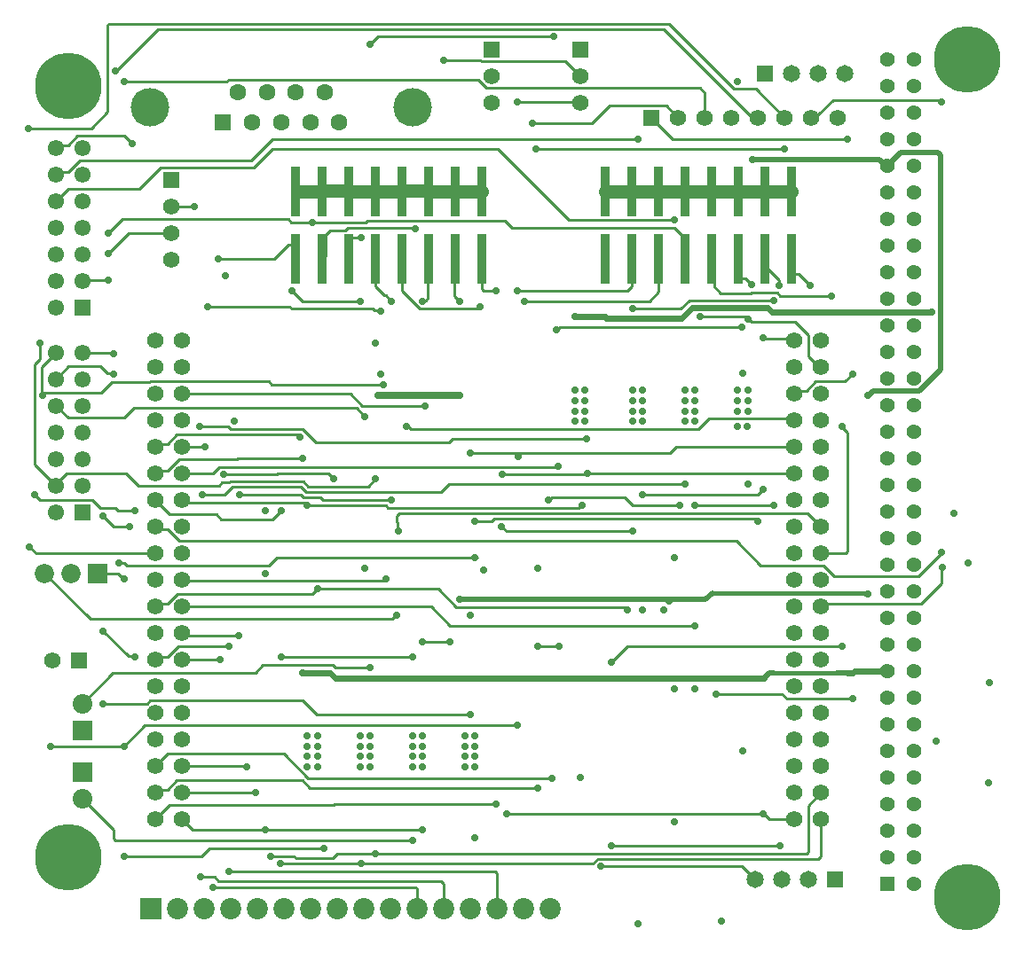
<source format=gbr>
%TF.GenerationSoftware,Altium Limited,Altium Designer,23.1.1 (15)*%
G04 Layer_Physical_Order=1*
G04 Layer_Color=255*
%FSLAX45Y45*%
%MOMM*%
%TF.SameCoordinates,94CA0F20-7CEF-4758-9589-D945348769B5*%
%TF.FilePolarity,Positive*%
%TF.FileFunction,Copper,L1,Top,Signal*%
%TF.Part,Single*%
G01*
G75*
%TA.AperFunction,SMDPad,CuDef*%
%ADD10R,0.89000X4.80000*%
%TA.AperFunction,Conductor*%
%ADD11C,0.25400*%
%ADD12C,0.50000*%
%ADD13C,1.27000*%
%ADD14C,0.60000*%
%ADD15C,0.40000*%
%ADD16C,0.70000*%
%TA.AperFunction,ComponentPad*%
%ADD17R,1.57500X1.57500*%
%ADD18C,1.57500*%
%ADD19C,1.60000*%
%ADD20R,1.60000X1.60000*%
%ADD21C,3.68000*%
%ADD22R,1.55000X1.55000*%
%ADD23C,1.55000*%
%ADD24R,2.02500X2.02500*%
%ADD25C,2.02500*%
%ADD26C,1.65000*%
%ADD27R,1.65000X1.65000*%
%ADD28R,1.57500X1.57500*%
%ADD29R,1.84000X1.84000*%
%ADD30C,1.84000*%
%ADD31R,1.57000X1.57000*%
%ADD32C,1.57000*%
%ADD33C,1.42500*%
%ADD34R,1.42500X1.42500*%
%ADD35R,1.87500X1.87500*%
%ADD36C,1.87500*%
%ADD37R,1.57000X1.57000*%
%TA.AperFunction,WasherPad*%
%ADD38C,6.35000*%
%TA.AperFunction,ViaPad*%
%ADD39C,0.70000*%
D10*
X-2180000Y7250000D02*
D03*
Y6600000D02*
D03*
X-2434000Y7250000D02*
D03*
Y6600000D02*
D03*
X-2688000Y7250000D02*
D03*
Y6600000D02*
D03*
X-2942000Y7250000D02*
D03*
Y6600000D02*
D03*
X-3196000Y7250000D02*
D03*
Y6600000D02*
D03*
X-3450000Y7250000D02*
D03*
Y6600000D02*
D03*
X-3704000Y7250000D02*
D03*
Y6600000D02*
D03*
X-3958000Y7250000D02*
D03*
Y6600000D02*
D03*
X-5138000Y7250000D02*
D03*
Y6600000D02*
D03*
X-5392000Y7250000D02*
D03*
Y6600000D02*
D03*
X-5646000Y7250000D02*
D03*
Y6600000D02*
D03*
X-5900000Y7250000D02*
D03*
Y6600000D02*
D03*
X-6154000Y7250000D02*
D03*
Y6600000D02*
D03*
X-6408000Y7250000D02*
D03*
Y6600000D02*
D03*
X-6662000Y7250000D02*
D03*
Y6600000D02*
D03*
X-6916000Y7250000D02*
D03*
Y6600000D02*
D03*
D11*
X-8100000Y7100000D02*
X-8098918Y7101082D01*
X-7878473D01*
X-7877391Y7102164D01*
X-8700000Y6650000D02*
X-8504000Y6846000D01*
X-8100000D01*
X-6952977Y6948596D02*
X-6751404D01*
X-6985792Y6981410D02*
X-6952977Y6948596D01*
X-8568590Y6981410D02*
X-6985792D01*
X-8700000Y6850000D02*
X-8568590Y6981410D01*
X-6762069Y6950000D02*
X-6247666D01*
X-7312329Y7471372D02*
X-7134452Y7649250D01*
X-8405814Y7269600D02*
X-8204042Y7471372D01*
X-7312329D01*
X-9084400Y7269600D02*
X-8405814D01*
X-2858918Y6276900D02*
X-2569721D01*
X-2945487Y6644407D02*
X-2918797Y6617717D01*
Y6336779D02*
X-2858918Y6276900D01*
X-2918797Y6336779D02*
Y6617717D01*
X-3745471Y6300000D02*
X-3708693Y6336779D01*
Y6595307D01*
X-3704000Y6600000D01*
X-4800000Y6300000D02*
X-3745471D01*
X-3449891Y6289581D02*
Y6599891D01*
X-3539471Y6200000D02*
X-3449891Y6289581D01*
X-4727774Y6200000D02*
X-3539471D01*
X-8633808Y8400000D02*
X-8626194D01*
X-8226993Y8799200D01*
X-3399200D01*
X-8974121Y7543362D02*
X-7341020D01*
X-7134382Y7750000D01*
X-9084685Y7432798D02*
X-8974121Y7543362D01*
X-8550550Y7777600D02*
X-8473100Y7700150D01*
X-8993883Y7777600D02*
X-8550550D01*
X-7134452Y7649250D02*
X-4984755D01*
X-7134382Y7750000D02*
X-3650000D01*
X-2710161Y3910160D02*
X-2473400Y3673400D01*
X-8027057Y3910160D02*
X-2710161D01*
X-8135717Y4018820D02*
X-8027057Y3910160D01*
X-3776900Y3276900D02*
X-3750000Y3250000D01*
X-5619933Y3282000D02*
X-5437933Y3100000D01*
X-3100000D01*
X-5380279Y3276900D02*
X-3776900D01*
X-3750000Y2900000D02*
X-1700000D01*
X-746616Y3506142D02*
Y3651279D01*
X-945577Y3307180D02*
X-746616Y3506142D01*
Y3651279D02*
X-741148Y3656747D01*
X-6053573Y6253280D02*
X-6000293Y6200000D01*
X-6068353Y6253280D02*
X-6053573D01*
X-6151852Y6336779D02*
X-6068353Y6253280D01*
X-5937485Y4015275D02*
X-5929159Y4006949D01*
X-5937485Y4015275D02*
Y4080049D01*
X-5950451Y4093016D02*
Y4145721D01*
Y4093016D02*
X-5937485Y4080049D01*
X-7450000Y4350000D02*
X-6861529D01*
X-7823100Y700000D02*
X-7686317D01*
X-7165412Y3673400D02*
X-7091234Y3747579D01*
X-5175654D01*
X-4950000Y4050000D02*
X-4946621D01*
X-4896621Y4000000D01*
X-3700000D01*
X-5040376Y4100000D02*
X-5017276Y4123100D01*
X-4212869Y4226900D02*
X-4189769Y4250000D01*
X-4177700D01*
X-6030279Y4226900D02*
X-4212869D01*
X-2535169Y4123100D02*
X-2512069Y4100000D01*
X-5922272Y4173900D02*
X-2029900D01*
X-2512069Y4100000D02*
X-2500000D01*
X-5017276Y4123100D02*
X-2535169D01*
X-5200000Y4100000D02*
X-5040376D01*
X-5950451Y4145721D02*
X-5922272Y4173900D01*
X-4938119Y4541406D02*
X-4933822Y4545703D01*
X-2029900Y4173900D02*
X-1900000Y4044000D01*
X-4933822Y4545703D02*
X-4131197D01*
X-5553379Y3450000D02*
X-5380279Y3276900D01*
X-6700000Y3450000D02*
X-5553379D01*
X-5774968Y6899200D02*
X-5770174Y6894406D01*
X-4912397Y6967507D02*
X-4844890Y6900000D01*
X-6230160Y6967507D02*
X-4912397D01*
X-6416300Y6899200D02*
X-5774968D01*
X-6247666Y6950000D02*
X-6230160Y6967507D01*
X-6408000Y6777209D02*
X-6376200Y6809009D01*
X-6287506D01*
X-6408000Y6600000D02*
Y6777209D01*
X-8550000Y900000D02*
X-7815376D01*
X-8550000Y1950000D02*
X-8350600Y2149400D01*
X-9250000Y1950000D02*
X-8550000D01*
X-8750000Y3050000D02*
X-8508534Y2808534D01*
X-8458534D01*
X-8450000Y2800000D01*
X-5993290Y3165400D02*
X-5960379Y3198310D01*
X-8873400Y3165400D02*
X-5993290D01*
X-9308000Y3600000D02*
X-8873400Y3165400D01*
X-5960379Y3198310D02*
X-5948311D01*
X-6775221Y1550000D02*
X-4600000D01*
X-7027979Y1874600D02*
X-6793730Y1640351D01*
X-6845821Y1620600D02*
X-6775221Y1550000D01*
X-6793730Y1640351D02*
X-4471080D01*
X-2525180Y7975180D02*
X-2500000Y7950000D01*
X-2575180Y7975180D02*
X-2525180D01*
X-3399200Y8799200D02*
X-2575180Y7975180D01*
X-4984755Y7649250D02*
X-4307405Y6971900D01*
X-3300500Y6900000D02*
X-3200000Y6799500D01*
X-4307405Y6971900D02*
X-3300965D01*
X-4844890Y6900000D02*
X-3300500D01*
X-3300965Y6971900D02*
X-3299769Y6973096D01*
X-6278158Y5200000D02*
X-5676900D01*
X-5446174Y2948138D02*
X-5444311Y2946275D01*
X-5701690Y2948310D02*
X-5701517Y2948138D01*
X-5446174D01*
X-4622735Y7650000D02*
X-2250000D01*
X-4425735Y5925734D02*
X-4416008D01*
X-4650000Y7900000D02*
X-4085471D01*
X-2180000Y6494079D02*
Y6600000D01*
Y6494079D02*
X-2148200Y6462279D01*
X-2112279D01*
X-2000000Y6350000D01*
X-2300000Y6351990D02*
Y6400000D01*
Y6351990D02*
X-2300000Y6351990D01*
X-2450000Y6550000D02*
X-2300000Y6400000D01*
X-2620279Y6414133D02*
X-2563805Y6357659D01*
X-2700000Y6457933D02*
Y6667589D01*
X-2656200Y6414133D02*
X-2620279D01*
X-2700000Y6457933D02*
X-2656200Y6414133D01*
X-2565020Y6281600D02*
X-2319721D01*
X-2569721Y6276900D02*
X-2565020Y6281600D01*
X-2319721D02*
X-2288121Y6250000D01*
X-3200000Y6593000D02*
Y6799500D01*
X-3155217Y6208500D02*
X-2350000D01*
X-3236818Y6126900D02*
X-3155217Y6208500D01*
X-3700000Y6126900D02*
X-3236818D01*
X-6437400Y6878100D02*
X-6416300Y6899200D01*
X-5138000Y6314879D02*
Y6600000D01*
X-5123121Y6300000D02*
X-5000000D01*
X-5138000Y6314879D02*
X-5123121Y6300000D01*
X-5400000Y6250000D02*
X-5350000Y6200000D01*
X-5400000Y6250000D02*
Y6650000D01*
X-5250000Y4750000D02*
X-4771565D01*
X-5646000Y6404000D02*
Y6600000D01*
X-5648711Y6231047D02*
Y6401289D01*
X-5671224Y6208534D02*
X-5648711Y6231047D01*
X-5691466Y6208534D02*
X-5671224D01*
X-5700000Y6200000D02*
X-5691466Y6208534D01*
X-5648711Y6401289D02*
X-5646000Y6404000D01*
X-5900000Y6296621D02*
Y6650000D01*
Y6296621D02*
X-5730279Y6126900D01*
X-2450000Y1300000D02*
X-2446621D01*
X-4900000D02*
X-2450000D01*
X-6151852Y6336779D02*
Y6597852D01*
X-6154000Y6600000D02*
X-6151852Y6597852D01*
X-6630200Y6631800D02*
Y6835121D01*
X-6587221Y6878100D02*
X-6437400D01*
X-6630200Y6835121D02*
X-6587221Y6878100D01*
X-6662000Y6600000D02*
X-6630200Y6631800D01*
X-7119359Y6599900D02*
X-6983721Y6735538D01*
X-6916000Y6600000D02*
Y6703738D01*
X-6947800Y6735538D02*
X-6916000Y6703738D01*
X-6983721Y6735538D02*
X-6947800D01*
X-6950800Y6299600D02*
X-6949600D01*
X-6850000Y6200000D01*
X-6300000D01*
X-7650000Y6599900D02*
X-7119359D01*
X-6970655Y6150000D02*
X-6947555Y6126900D01*
X-7750000Y6150000D02*
X-6970655D01*
X-6180279Y6126900D02*
X-6161913Y6108534D01*
X-6947555Y6126900D02*
X-6180279D01*
X-6108534Y6108534D02*
X-6100000Y6100000D01*
X-6161913Y6108534D02*
X-6108534D01*
X-5162069Y6150000D02*
X-5150000D01*
X-5730279Y6126900D02*
X-5185169D01*
X-5162069Y6150000D01*
X-8706908Y8835121D02*
X-8692029Y8850000D01*
X-8706908Y8004314D02*
Y8835121D01*
X-8864499Y7846722D02*
X-8706908Y8004314D01*
X-8692029Y8850000D02*
X-3353379D01*
X-9465540Y7846722D02*
X-8864499D01*
X-6123100Y8726900D02*
X-4450800D01*
X-4450000Y8726100D01*
X-3353379Y8850000D02*
X-2730279Y8226900D01*
X-6200000Y8650000D02*
X-6123100Y8726900D01*
X-9350000Y5648922D02*
Y5799253D01*
X-9349253Y5800000D01*
X-9349600Y4299600D02*
X-8852718D01*
X-9400000Y4350000D02*
X-9349600Y4299600D01*
X-9400000Y5598922D02*
X-9350000Y5648922D01*
X-9326900Y5300000D02*
Y5312069D01*
X-9339042Y5300000D02*
X-9312821Y5326221D01*
X-9336026Y5321195D02*
Y5571974D01*
Y5321195D02*
X-9326900Y5312069D01*
X-9312821Y5326221D02*
X-8770400D01*
X-9400000Y4638000D02*
Y5598922D01*
X-9336026Y5571974D02*
X-9200000Y5708000D01*
X-9400000Y4638000D02*
X-9206546Y4444546D01*
X-2730279Y8226900D02*
X-2522900D01*
X-2246000Y7950000D01*
X-8550000Y8300000D02*
X-7566806D01*
X-7556706Y8310100D01*
X-9450000Y3850000D02*
X-9390000Y3790000D01*
X-8250000D01*
X-5149382Y8500000D02*
X-5136782Y8487400D01*
X-4337400D01*
X-5500000Y8500000D02*
X-5149382D01*
X-5090797Y8233400D02*
X-3056279D01*
X-5167497Y8310100D02*
X-5090797Y8233400D01*
X-7556706Y8310100D02*
X-5167497D01*
X-3056279Y8233400D02*
X-3008000Y8185121D01*
Y7950000D02*
Y8185121D01*
X-8544616Y5084400D02*
X-8452416Y5176600D01*
X-6326600D01*
X-8298297Y5430600D02*
X-7170483D01*
X-8669721Y5426900D02*
X-8301997D01*
X-8298297Y5430600D01*
X-7994382Y4807619D02*
X-7783255D01*
X-7781636Y4809237D01*
X-7832436Y5000000D02*
X-7553379D01*
X-7996000Y4806000D02*
X-7994382Y4807619D01*
X-7087091Y4550000D02*
X-6603379D01*
X-7538318Y4473900D02*
X-6841745D01*
X-7543912Y4468306D02*
X-7538318Y4473900D01*
X-4131197Y4545703D02*
X-4125900Y4551000D01*
X-7095685Y4541406D02*
X-7087091Y4550000D01*
X-7613064Y4468306D02*
X-7543912D01*
X-7600000Y4541406D02*
X-7095685D01*
X-7645969Y4435400D02*
X-7613064Y4468306D01*
X-4413459Y4616409D02*
X-4404925Y4624943D01*
X-6841745Y4473900D02*
X-6794745Y4426900D01*
X-4440201Y4616409D02*
X-4413459D01*
X-4442104Y4614506D02*
X-4440201Y4616409D01*
X-7638873Y4614506D02*
X-4442104D01*
X-7701379Y4552000D02*
X-7638873Y4614506D01*
X-4791919Y4713843D02*
Y4725912D01*
X-4771565Y4746266D01*
Y4750000D01*
X-4416008Y5925734D02*
X-4388555Y5953187D01*
X-2657338D02*
X-2651625Y5947475D01*
X-4388555Y5953187D02*
X-2657338D01*
X-4085471Y7900000D02*
X-3918871Y8066600D01*
X-7996000Y4552000D02*
X-7701379D01*
X-3069721Y4976900D02*
X-2969721Y5076900D01*
X-5851710Y5001656D02*
X-5839641D01*
X-3285771Y4806000D02*
X-2154000D01*
X-5839641Y5001656D02*
X-5814885Y4976900D01*
X-3069721D01*
X-4125900Y4551000D02*
X-2155000D01*
X-2154000Y4552000D01*
X-2500000Y4350000D02*
X-2450000Y4400000D01*
X-3600000Y4350000D02*
X-2500000D01*
X-5523900Y4376100D02*
X-5450000Y4450000D01*
X-3200000D01*
X-1650000Y3804879D02*
Y4946621D01*
X-1664879Y3790000D02*
X-1650000Y3804879D01*
X-1700000Y4996621D02*
X-1650000Y4946621D01*
X-3918871Y8066600D02*
X-3378600D01*
X-3262000Y7950000D01*
X-3771574Y4323100D02*
X-3698474Y4250000D01*
X-3250000D01*
X-4464831Y4323100D02*
X-3771574D01*
X-4487931Y4300000D02*
X-4464831Y4323100D01*
X-4500000Y4300000D02*
X-4487931D01*
X-7996000Y3282000D02*
X-5619933D01*
X-6062069Y3550000D02*
X-6050000D01*
X-7996000Y3536000D02*
X-7986900Y3526900D01*
X-6085169D01*
X-6062069Y3550000D01*
X-8523400Y3673400D02*
X-7165412D01*
X-6702026Y3450000D02*
X-6700000D01*
X-6000800Y4300800D02*
X-6000000Y4300000D01*
X-6861529Y4350000D02*
X-6836829Y4325300D01*
X-6650800Y4300800D02*
X-6000800D01*
X-7996000Y4298000D02*
X-7972500Y4274500D01*
X-6053379Y4250000D02*
X-6030279Y4226900D01*
X-6836569Y4274500D02*
X-6812069Y4250000D01*
X-6836829Y4325300D02*
X-6675300D01*
X-6650800Y4300800D01*
X-7972500Y4274500D02*
X-6836569D01*
X-6812069Y4250000D02*
X-6053379D01*
X-7590376Y4350000D02*
X-7517276Y4423100D01*
X-6603379Y4550000D02*
X-6553379Y4500000D01*
X-8529893Y4553600D02*
X-8411693Y4435400D01*
X-7517276Y4423100D02*
X-6862787D01*
X-6815787Y4376100D01*
X-6553379Y4500000D02*
X-6550000D01*
X-8411693Y4435400D02*
X-7645969D01*
X-6815787Y4376100D02*
X-5523900D01*
X-7800000Y4350000D02*
X-7590376D01*
X-6794745Y4426900D02*
X-6223100D01*
X-7621505Y4116900D02*
X-7133101D01*
X-7050000Y4200000D01*
X-7665205Y4160600D02*
X-7621505Y4116900D01*
X-8630694Y4223100D02*
X-8607594Y4200000D01*
X-8650000Y4050000D02*
X-8500000D01*
X-8852718Y4299600D02*
X-8776219Y4223100D01*
X-8607594Y4200000D02*
X-8450000D01*
X-8776219Y4223100D02*
X-8630694D01*
X-8750000Y4150000D02*
X-8650000Y4050000D01*
X-1786319Y8118358D02*
X-780427D01*
X-1992000Y7950000D02*
X-1956389D01*
X-1918002Y7988387D02*
X-1916290D01*
X-1956389Y7950000D02*
X-1918002Y7988387D01*
X-1916290D02*
X-1786319Y8118358D01*
X-780427D02*
X-762069Y8100000D01*
X-750000D01*
X-970706Y3573650D02*
X-750000Y3794356D01*
Y3800000D01*
X-1825432Y3307180D02*
X-945577D01*
X-2473400Y3673400D02*
X-1872503D01*
X-1772753Y3573650D01*
X-970706D01*
X-1900000Y3790000D02*
X-1664879D01*
X-4600000Y2900000D02*
X-4400000D01*
X-8224820Y4018820D02*
X-8135717D01*
X-8250000Y4044000D02*
X-8224820Y4018820D01*
X-8112600Y4160600D02*
X-7665205D01*
X-8250000Y4298000D02*
X-8112600Y4160600D01*
X-7200000Y1150000D02*
X-5700000D01*
X-7896000D02*
X-7200000D01*
X-6223100Y4426900D02*
X-6150000Y4500000D01*
X-6752703Y3399324D02*
X-6702026Y3450000D01*
X-7050000Y2800000D02*
X-5800000D01*
X-7223520Y2723100D02*
X-6557724D01*
X-7296621Y2650000D02*
X-7223520Y2723100D01*
X-8135717Y3307180D02*
X-8043573Y3399324D01*
X-6752703D01*
X-8224820Y3307180D02*
X-8135717D01*
X-7294790Y1506048D02*
X-7292742Y1508096D01*
X-7996000Y1504000D02*
X-7993952Y1506048D01*
X-7294790D01*
X-7996000Y1758000D02*
X-7993986Y1755986D01*
X-7380156D01*
X-7378141Y1753971D01*
X-7976534Y3008534D02*
X-7460976D01*
X-7453815Y3001373D01*
X-7996000Y3028000D02*
X-7976534Y3008534D01*
X-7996000Y2774000D02*
X-7631665D01*
X-7629574Y2771910D01*
X-7702674Y600000D02*
X-5764879D01*
X-8034897Y2900000D02*
X-7550000D01*
X-7649696Y663378D02*
X-5524257D01*
X-7686317Y700000D02*
X-7649696Y663378D01*
X-7550000Y750000D02*
X-7547876Y752124D01*
X-5005003D01*
X-5524257Y663378D02*
X-5496000Y635121D01*
X-7139883Y5400000D02*
X-6073900D01*
X-3897500Y1000000D02*
X-3896000Y998500D01*
X-2292680D02*
X-2291181Y997000D01*
X-3896000Y998500D02*
X-2292680D01*
X-4075711Y827669D02*
X-4030279Y873100D01*
X-1926900D02*
X-1900000Y900000D01*
X-4051321Y923900D02*
X-2038985D01*
X-2024106Y938779D01*
X-4030279Y873100D02*
X-1926900D01*
X-2396621Y1250000D02*
X-2154000D01*
X-2446621Y1300000D02*
X-2396621Y1250000D01*
X-7056151Y826900D02*
X-7056007Y826756D01*
X-6541287D01*
X-7150000Y900000D02*
X-6930956D01*
X-6908511Y877556D01*
X-6288163Y828694D02*
X-6287138Y827669D01*
X-4075711D01*
X-6539348Y828694D02*
X-6288163D01*
X-6541287Y826756D02*
X-6539348Y828694D01*
X-7738572Y976804D02*
X-6643728D01*
X-7815376Y900000D02*
X-7738572Y976804D01*
X-6643728D02*
X-6638860Y971936D01*
X-8646621Y1064879D02*
Y1146621D01*
Y1064879D02*
X-8631742Y1050000D01*
X-5800000D01*
X-5005003Y752124D02*
X-4988000Y735121D01*
X-5764879Y600000D02*
X-5750000Y585121D01*
Y400000D02*
Y585121D01*
X-6562329Y877556D02*
X-6516784Y923100D01*
X-6908511Y877556D02*
X-6562329D01*
X-6516784Y923100D02*
X-6150000D01*
X-8112600Y1387400D02*
X-6550829D01*
X-8250000Y1250000D02*
X-8112600Y1387400D01*
X-6550829D02*
X-6538229Y1400000D01*
X-4988000Y400000D02*
Y735121D01*
X-7996000Y1250000D02*
X-7896000Y1150000D01*
X-6846621Y4976900D02*
X-6719721Y4850000D01*
X-5452947D01*
X-5414811Y4888136D01*
X-6392158Y5314000D02*
X-6278158Y5200000D01*
X-7996000Y5314000D02*
X-6392158D01*
X-8350600Y2149400D02*
X-4800600D01*
X-4800000Y2150000D01*
X-8250000Y2774000D02*
X-8224820Y2799180D01*
X-8135717D01*
X-8034897Y2900000D01*
X-5496000Y400000D02*
Y635121D01*
X-8603379Y3600000D02*
X-8553379Y3550000D01*
X-8550000D01*
X-8800000Y3600000D02*
X-8603379D01*
X-8654000Y2650000D02*
X-7296621D01*
X-8950000Y2354000D02*
X-8654000Y2650000D01*
X-8596800Y3700000D02*
X-8550000D01*
X-8750000Y2350000D02*
X-8330897D01*
X-8298297Y2382600D01*
X-6846483D01*
X-8950000Y1450000D02*
X-8646621Y1146621D01*
X-8950000Y1704000D02*
X-8942000Y1696000D01*
X-4337400Y8487400D02*
X-4200000Y8350000D01*
X-4202000Y8098000D02*
X-4200000Y8096000D01*
X-4798000Y8098000D02*
X-4202000D01*
X-4800000Y8100000D02*
X-4798000Y8098000D01*
X-5414811Y4888136D02*
X-4135968D01*
X-4771565Y4750000D02*
X-3341771D01*
X-8704000Y6396000D02*
X-8700000Y6400000D01*
X-8946000Y6392000D02*
X-8942000Y6396000D01*
X-8704000D01*
X-8774503Y5574503D02*
X-8708534Y5508534D01*
X-8942000Y5704000D02*
X-8653200D01*
X-7170483Y5430600D02*
X-7139883Y5400000D01*
X-8653200Y5704000D02*
X-8649200Y5700000D01*
X-8657734Y5508534D02*
X-8649200Y5500000D01*
X-8708534Y5508534D02*
X-8657734D01*
X-8770400Y5326221D02*
X-8669721Y5426900D01*
X-9079497Y5574503D02*
X-8774503D01*
X-8550000Y3700000D02*
X-8523400Y3673400D01*
X-6846483Y2382600D02*
X-6713883Y2250000D01*
X-8135717Y1529180D02*
X-8044297Y1620600D01*
X-6845821D01*
X-8224820Y1529180D02*
X-8135717D01*
X-8250000Y1504000D02*
X-8224820Y1529180D01*
X-8133400Y1874600D02*
X-7027979D01*
X-8250000Y1758000D02*
X-8133400Y1874600D01*
X-2170900Y5076900D02*
X-2154000Y5060000D01*
X-2969721Y5076900D02*
X-2170900D01*
X-3341771Y4750000D02*
X-3285771Y4806000D01*
X-3316000Y7750000D02*
X-1650000D01*
X-1669400Y5430600D02*
X-1600000Y5500000D01*
X-2154000Y5314000D02*
X-2128820Y5339180D01*
X-2039717D01*
X-1948297Y5430600D01*
X-1669400D01*
X-2024106Y1379894D02*
X-1900000Y1504000D01*
X-2024106Y938779D02*
Y1379894D01*
X-3516000Y7950000D02*
X-3316000Y7750000D01*
X-1700000Y4996621D02*
Y5000000D01*
X-9200000Y7154000D02*
X-9084400Y7269600D01*
X-9084685Y7686798D02*
X-8993883Y7777600D01*
X-9175202Y7432798D02*
X-9084685D01*
X-9200000Y7408000D02*
X-9175202Y7432798D01*
X-9200000Y4451092D02*
X-9097492Y4553600D01*
X-9200000Y4438000D02*
Y4451092D01*
X-9097492Y4553600D02*
X-8529893D01*
X-9200000Y5454000D02*
X-9079497Y5574503D01*
X-2146308Y6000000D02*
X-2022139Y5875831D01*
X-2600000Y6027700D02*
X-2590521D01*
X-2562821Y6000000D01*
X-2146308D01*
X-9175202Y7686798D02*
X-9084685D01*
X-9200000Y7662000D02*
X-9175202Y7686798D01*
X-7553379Y5000000D02*
X-7530279Y4976900D01*
X-6846621D01*
X-2600000Y6027700D02*
Y6050000D01*
X-2288121Y6250000D02*
X-1800000D01*
X-2022139Y5675081D02*
Y5875831D01*
X-3050000Y6050000D02*
X-2600000D01*
X-3100000Y4250000D02*
X-2350000D01*
X-2441466Y5841466D02*
X-2173466D01*
X-2154000Y5822000D01*
X-2450000Y5850000D02*
X-2441466Y5841466D01*
X-2022139Y5675081D02*
X-1915058Y5568000D01*
X-1900000D01*
X-2227567Y2400000D02*
X-1600000D01*
X-2277567Y2450000D02*
X-2227567Y2400000D01*
X-2900000Y2450000D02*
X-2277567D01*
X-3900000Y2750000D02*
X-3750000Y2900000D01*
X-2654000Y800000D02*
X-2531000Y677000D01*
X-4000000Y800000D02*
X-2654000D01*
X-6150000Y923100D02*
X-4052121D01*
X-4051321Y923900D01*
X-6713883Y2250000D02*
X-5250000D01*
X-6538229Y1400000D02*
X-5000000D01*
X-6534624Y2700000D02*
X-6200000D01*
X-6557724Y2723100D02*
X-6534624Y2700000D01*
X-1900000Y900000D02*
Y1250000D01*
X-6885169Y4900000D02*
X-6873100D01*
X-6907769Y4922600D02*
X-6885169Y4900000D01*
X-7464229Y4700000D02*
X-6850000D01*
X-6326600Y5176600D02*
X-6250000Y5100000D01*
X-9084400Y5084400D02*
X-8544616D01*
X-9200000Y5200000D02*
X-9084400Y5084400D01*
X-8250000Y3282000D02*
X-8224820Y3307180D01*
X-8946000Y5708000D02*
X-8942000Y5704000D01*
X-7474829Y4689400D02*
X-7464229Y4700000D01*
X-8135717Y4831180D02*
X-8044297Y4922600D01*
X-6907769D01*
X-8224820Y4831180D02*
X-8135717D01*
X-8250000Y4806000D02*
X-8224820Y4831180D01*
X-8135717Y4577180D02*
X-8023497Y4689400D01*
X-8250000Y4552000D02*
X-8224820Y4577180D01*
X-8135717D01*
X-8023497Y4689400D02*
X-7474829D01*
X-7050000Y430000D02*
X-7020000Y400000D01*
D12*
X-5350000Y3350000D02*
X-3000000D01*
X-2938662Y3411338D01*
X-1345540Y7550000D02*
X-1288540Y7493000D01*
X-1270000D01*
X-2550000Y7550000D02*
X-1345540D01*
X-1140422Y7622578D02*
X-786641D01*
X-757352Y5547609D02*
Y7593288D01*
X-965611Y5339350D02*
X-757352Y5547609D01*
X-1270000Y7493000D02*
X-1140422Y7622578D01*
X-786641D02*
X-757352Y7593288D01*
X-1450000Y5300000D02*
X-1444588D01*
X-1405238Y5339350D01*
X-965611D01*
X-2390297Y2650000D02*
X-2350000D01*
X-2440297Y2600000D02*
X-2390297Y2650000D01*
X-1700000D02*
X-1650000D01*
X-1750000D02*
X-1700000D01*
D13*
X-5776195Y7251735D02*
X-5647734D01*
X-5898265D02*
X-5776195D01*
X-6539823D02*
X-6409734D01*
X-6660265D02*
X-6539823D01*
X-6662000Y7250000D02*
X-6660265Y7251735D01*
X-6662000Y7250000D02*
X-6662000Y7250000D01*
X-6897000Y7250000D02*
X-6662000D01*
X-6409734Y7251735D02*
X-6408000Y7250000D01*
X-5900000D02*
X-5898265Y7251735D01*
X-6154000Y7250000D02*
X-5900000D01*
X-5647734Y7251735D02*
X-5646000Y7250000D01*
X-6154000Y7250000D02*
X-6154000Y7250000D01*
X-6408000Y7250000D02*
X-6154000D01*
X-5250000Y7250000D02*
X-5138000D01*
X-5392000D02*
X-5250000D01*
X-5646000D02*
X-5392000D01*
X-2307000D02*
X-2180000D01*
X-2434000D02*
X-2307000D01*
X-3831000D02*
X-3704000D01*
X-3958000D02*
X-3831000D01*
X-2688000D02*
X-2434000D01*
X-2942000D02*
X-2688000D01*
X-3196000D02*
X-2942000D01*
X-3450000D02*
X-3196000D01*
X-3704000D02*
X-3450000D01*
D14*
X-3230910Y6036500D02*
X-3127009Y6140400D01*
X-2364995Y6095650D02*
X-848403D01*
X-3961675Y6050000D02*
X-3948174Y6036500D01*
X-4250000Y6050000D02*
X-3961675D01*
X-3127009Y6140400D02*
X-2409745D01*
X-3948174Y6036500D02*
X-3230910D01*
X-2409745Y6140400D02*
X-2364995Y6095650D01*
X-848403D02*
X-846978Y6094225D01*
X-6530931Y2600000D02*
X-2440297D01*
X-6580931Y2650000D02*
X-6530931Y2600000D01*
X-1583000Y2667000D02*
X-1270000D01*
X-1600000Y2650000D02*
X-1583000Y2667000D01*
X-1650000Y2650000D02*
X-1600000D01*
X-6850000D02*
X-6580931D01*
D15*
X-1455740Y3405740D02*
X-1450000Y3400000D01*
X-2938662Y3411338D02*
X-1482552D01*
X-1476953Y3405740D02*
X-1455740D01*
X-1482552Y3411338D02*
X-1476953Y3405740D01*
X-2350000Y2650000D02*
X-1750000D01*
D16*
X-6124700Y5300000D02*
X-5350000D01*
X-5350000Y5300000D01*
D17*
X-8100000Y7354000D02*
D03*
D18*
Y7100000D02*
D03*
Y6846000D02*
D03*
Y6592000D02*
D03*
X-9236711Y2763476D02*
D03*
D19*
X-7465500Y8192000D02*
D03*
X-7188500D02*
D03*
X-6911500D02*
D03*
X-6634500D02*
D03*
X-7327000Y7908000D02*
D03*
X-7050000D02*
D03*
X-6773000D02*
D03*
X-6496000D02*
D03*
D20*
X-7604000D02*
D03*
D21*
X-5800000Y8050000D02*
D03*
X-8300000D02*
D03*
D22*
X-8946000Y6138000D02*
D03*
Y4184000D02*
D03*
D23*
Y6392000D02*
D03*
Y6646000D02*
D03*
Y6900000D02*
D03*
Y7154000D02*
D03*
Y7408000D02*
D03*
Y7662000D02*
D03*
X-9200000Y6138000D02*
D03*
Y6392000D02*
D03*
Y6646000D02*
D03*
Y6900000D02*
D03*
Y7154000D02*
D03*
Y7408000D02*
D03*
Y7662000D02*
D03*
X-8946000Y4438000D02*
D03*
Y4692000D02*
D03*
Y4946000D02*
D03*
Y5200000D02*
D03*
Y5454000D02*
D03*
Y5708000D02*
D03*
X-9200000Y4184000D02*
D03*
Y4438000D02*
D03*
Y4692000D02*
D03*
Y4946000D02*
D03*
Y5200000D02*
D03*
Y5454000D02*
D03*
Y5708000D02*
D03*
D24*
X-8290000Y400000D02*
D03*
D25*
X-8036000D02*
D03*
X-7782000D02*
D03*
X-7528000D02*
D03*
X-7274000D02*
D03*
X-7020000D02*
D03*
X-6766000D02*
D03*
X-6512000D02*
D03*
X-6258000D02*
D03*
X-6004000D02*
D03*
X-5750000D02*
D03*
X-5496000D02*
D03*
X-5242000D02*
D03*
X-4988000D02*
D03*
X-4734000D02*
D03*
X-4480000D02*
D03*
D26*
X-1669000Y8373000D02*
D03*
X-1923000D02*
D03*
X-2177000D02*
D03*
X-2023000Y677000D02*
D03*
X-2277000D02*
D03*
X-2531000D02*
D03*
D27*
X-2431000Y8373000D02*
D03*
X-1769000Y677000D02*
D03*
D28*
X-8982711Y2763476D02*
D03*
D29*
X-8800000Y3600000D02*
D03*
D30*
X-9054000D02*
D03*
X-9308000D02*
D03*
D31*
X-4200000Y8604000D02*
D03*
X-5042500D02*
D03*
D32*
X-4200000Y8350000D02*
D03*
Y8096000D02*
D03*
X-5042500Y8350000D02*
D03*
Y8096000D02*
D03*
X-1900000Y1250000D02*
D03*
X-2154000D02*
D03*
X-1900000Y1504000D02*
D03*
X-2154000D02*
D03*
X-1900000Y1758000D02*
D03*
X-2154000D02*
D03*
X-1900000Y2012000D02*
D03*
X-2154000D02*
D03*
X-1900000Y2266000D02*
D03*
X-2154000D02*
D03*
X-1900000Y2520000D02*
D03*
X-2154000D02*
D03*
X-1900000Y2774000D02*
D03*
X-2154000D02*
D03*
X-1900000Y3028000D02*
D03*
X-2154000D02*
D03*
X-1900000Y3282000D02*
D03*
X-2154000D02*
D03*
X-1900000Y3536000D02*
D03*
X-2154000D02*
D03*
X-1900000Y3790000D02*
D03*
X-2154000D02*
D03*
X-1900000Y4044000D02*
D03*
X-2154000D02*
D03*
X-1900000Y4298000D02*
D03*
X-2154000D02*
D03*
X-1900000Y4552000D02*
D03*
X-2154000D02*
D03*
X-1900000Y4806000D02*
D03*
X-2154000D02*
D03*
X-1900000Y5060000D02*
D03*
X-2154000D02*
D03*
X-1900000Y5314000D02*
D03*
X-2154000D02*
D03*
X-1900000Y5568000D02*
D03*
X-2154000D02*
D03*
X-1900000Y5822000D02*
D03*
X-2154000D02*
D03*
X-7996000Y1250000D02*
D03*
X-8250000D02*
D03*
X-7996000Y1504000D02*
D03*
X-8250000D02*
D03*
X-7996000Y1758000D02*
D03*
X-8250000D02*
D03*
X-7996000Y2012000D02*
D03*
X-8250000D02*
D03*
X-7996000Y2266000D02*
D03*
X-8250000D02*
D03*
X-7996000Y2520000D02*
D03*
X-8250000D02*
D03*
X-7996000Y2774000D02*
D03*
X-8250000D02*
D03*
X-7996000Y3028000D02*
D03*
X-8250000D02*
D03*
X-7996000Y3282000D02*
D03*
X-8250000D02*
D03*
X-7996000Y3536000D02*
D03*
X-8250000D02*
D03*
X-7996000Y3790000D02*
D03*
X-8250000D02*
D03*
X-7996000Y4044000D02*
D03*
X-8250000D02*
D03*
X-7996000Y4298000D02*
D03*
X-8250000D02*
D03*
X-7996000Y4552000D02*
D03*
X-8250000D02*
D03*
X-7996000Y4806000D02*
D03*
X-8250000D02*
D03*
X-7996000Y5060000D02*
D03*
X-8250000D02*
D03*
X-7996000Y5314000D02*
D03*
X-8250000D02*
D03*
X-7996000Y5568000D02*
D03*
X-8250000D02*
D03*
X-7996000Y5822000D02*
D03*
X-8250000D02*
D03*
X-1738000Y7950000D02*
D03*
X-1992000D02*
D03*
X-2246000D02*
D03*
X-2500000D02*
D03*
X-2754000D02*
D03*
X-3008000D02*
D03*
X-3262000D02*
D03*
D33*
X-1016000Y8509000D02*
D03*
Y8255000D02*
D03*
Y8001000D02*
D03*
Y7747000D02*
D03*
Y7493000D02*
D03*
Y7239000D02*
D03*
Y6985000D02*
D03*
Y6731000D02*
D03*
Y6477000D02*
D03*
Y6223000D02*
D03*
Y5969000D02*
D03*
Y5715000D02*
D03*
Y5461000D02*
D03*
Y5207000D02*
D03*
Y4953000D02*
D03*
Y4699000D02*
D03*
Y4445000D02*
D03*
Y4191000D02*
D03*
Y3937000D02*
D03*
Y3683000D02*
D03*
Y3429000D02*
D03*
Y3175000D02*
D03*
Y2921000D02*
D03*
Y2667000D02*
D03*
Y2413000D02*
D03*
Y2159000D02*
D03*
Y1905000D02*
D03*
Y1651000D02*
D03*
Y1397000D02*
D03*
Y1143000D02*
D03*
Y889000D02*
D03*
Y635000D02*
D03*
X-1270000Y8509000D02*
D03*
Y8255000D02*
D03*
Y8001000D02*
D03*
Y7747000D02*
D03*
Y7493000D02*
D03*
Y7239000D02*
D03*
Y6985000D02*
D03*
Y6731000D02*
D03*
Y6477000D02*
D03*
Y6223000D02*
D03*
Y5969000D02*
D03*
Y5715000D02*
D03*
Y5461000D02*
D03*
Y5207000D02*
D03*
Y4953000D02*
D03*
Y4699000D02*
D03*
Y4445000D02*
D03*
Y4191000D02*
D03*
Y3937000D02*
D03*
Y3683000D02*
D03*
Y3429000D02*
D03*
Y3175000D02*
D03*
Y2921000D02*
D03*
Y2667000D02*
D03*
Y2413000D02*
D03*
Y2159000D02*
D03*
Y1905000D02*
D03*
Y1651000D02*
D03*
Y1397000D02*
D03*
Y1143000D02*
D03*
Y889000D02*
D03*
D34*
Y635000D02*
D03*
D35*
X-8950000Y1704000D02*
D03*
Y2100000D02*
D03*
D36*
Y1450000D02*
D03*
Y2354000D02*
D03*
D37*
X-3516000Y7950000D02*
D03*
D38*
X-508000Y8509000D02*
D03*
Y508000D02*
D03*
X-9081000Y889000D02*
D03*
Y8255000D02*
D03*
D39*
X-7877391Y7102164D02*
D03*
X-7584636Y6443702D02*
D03*
X-3300000Y3750000D02*
D03*
X-3750000Y3250000D02*
D03*
X-3400000D02*
D03*
X-5250000Y3200000D02*
D03*
X-3350830Y3333233D02*
D03*
X-3600000Y3250000D02*
D03*
X-1700000Y2900000D02*
D03*
X-2450000Y1300000D02*
D03*
X-741148Y3656747D02*
D03*
X-500000Y3700000D02*
D03*
X-6000293Y6200000D02*
D03*
X-6000000Y4300000D02*
D03*
X-5929159Y4006949D02*
D03*
X-7450000Y4350000D02*
D03*
X-7200000Y4200000D02*
D03*
X-7823100Y700000D02*
D03*
X-5200000Y3750000D02*
D03*
X-5116666Y3630509D02*
D03*
X-4950000Y4050000D02*
D03*
X-5200000Y4100000D02*
D03*
X-4938119Y4541406D02*
D03*
X-5350000Y3350000D02*
D03*
X-5770174Y6894406D02*
D03*
X-6287506Y6809009D02*
D03*
X-6539823Y7251735D02*
D03*
X-5776195D02*
D03*
X-5250000Y7250000D02*
D03*
X-8550000Y900000D02*
D03*
X-9250000Y1950000D02*
D03*
X-8750000Y3050000D02*
D03*
X-4471080Y1640351D02*
D03*
X-3299769Y6973096D02*
D03*
X-3831000Y7250000D02*
D03*
X-2307000D02*
D03*
X-5676900Y5200000D02*
D03*
X-5701690Y2948310D02*
D03*
X-4622735Y7650000D02*
D03*
X-4727774Y6200000D02*
D03*
X-2250000Y7650000D02*
D03*
X-2550000Y7550000D02*
D03*
X-4425735Y5925734D02*
D03*
X-4650000Y7900000D02*
D03*
X-2563805Y6357659D02*
D03*
X-4800000Y6300000D02*
D03*
X-3700000Y6126900D02*
D03*
X-6750000Y6950000D02*
D03*
X-5350000Y6200000D02*
D03*
X-6950800Y6299600D02*
D03*
X-6300000Y6200000D02*
D03*
X-6100000Y6100000D02*
D03*
X-5150000Y6150000D02*
D03*
X-5700000Y6200000D02*
D03*
X-633596Y4174906D02*
D03*
X-294968Y2558500D02*
D03*
X-300000Y1600000D02*
D03*
X-800000Y2000000D02*
D03*
X-846978Y6094225D02*
D03*
X-1450000Y5300000D02*
D03*
X-8633808Y8400000D02*
D03*
X-9465540Y7846722D02*
D03*
X-4450000Y8726100D02*
D03*
X-9349253Y5800000D02*
D03*
X-9400000Y4350000D02*
D03*
X-9326900Y5300000D02*
D03*
X-2700000Y8300000D02*
D03*
X-8550000D02*
D03*
X-9450000Y3850000D02*
D03*
X-8473100Y7700000D02*
D03*
X-7832436Y5000000D02*
D03*
X-7781636Y4809237D02*
D03*
X-7600000Y4541406D02*
D03*
X-4404925Y4624943D02*
D03*
X-4791919Y4713843D02*
D03*
X-4250000Y5050000D02*
D03*
Y5150000D02*
D03*
Y5250000D02*
D03*
Y5350000D02*
D03*
X-3100000Y5050000D02*
D03*
Y5150000D02*
D03*
X-3200000Y5050000D02*
D03*
Y4450000D02*
D03*
X-4126900Y4550000D02*
D03*
X-2600000Y4450000D02*
D03*
X-4500000Y4300000D02*
D03*
X-3250000Y4250000D02*
D03*
X-3100000Y3100000D02*
D03*
X-6050000Y3550000D02*
D03*
X-7800000Y4350000D02*
D03*
X-8700000Y6650000D02*
D03*
X-8750000Y4150000D02*
D03*
X-8500000Y4050000D02*
D03*
X-8450000Y2800000D02*
D03*
X-750000Y8100000D02*
D03*
Y3800000D02*
D03*
X-1450000Y3400000D02*
D03*
X-4400000Y2900000D02*
D03*
X-3100000Y2500000D02*
D03*
X-3300000D02*
D03*
X-4600000Y3650000D02*
D03*
X-4177700Y4250000D02*
D03*
X-7050000Y4200000D02*
D03*
X-7650000Y6599900D02*
D03*
X-8700000Y6850000D02*
D03*
X-6550000Y4500000D02*
D03*
X-6700000Y3450000D02*
D03*
X-7050000Y2800000D02*
D03*
X-7200000Y1150000D02*
D03*
X-7292742Y1508096D02*
D03*
X-7378141Y1753971D02*
D03*
X-7453815Y3001373D02*
D03*
X-7629574Y2771910D02*
D03*
X-7702674Y600000D02*
D03*
X-7550000Y2900000D02*
D03*
Y750000D02*
D03*
X-6124700Y5300000D02*
D03*
X-6073900Y5400000D02*
D03*
X-5444311Y2946275D02*
D03*
X-5800000Y2800000D02*
D03*
X-2291181Y997000D02*
D03*
X-2500000Y4100000D02*
D03*
X-3700000Y4000000D02*
D03*
X-5948311Y3198310D02*
D03*
X-7056151Y826900D02*
D03*
X-6287138Y827669D02*
D03*
X-6638860Y971936D02*
D03*
X-7150000Y900000D02*
D03*
X-6700000Y1750000D02*
D03*
X-5800000Y1050000D02*
D03*
X-5700000Y1150000D02*
D03*
X-5851710Y5001656D02*
D03*
X-4800000Y2150000D02*
D03*
X-8550000Y3550000D02*
D03*
X-8596800Y3700000D02*
D03*
X-8750000Y2350000D02*
D03*
X-5000000Y6300000D02*
D03*
X-5250000Y4750000D02*
D03*
X-5500000Y8500000D02*
D03*
X-4800000Y8100000D02*
D03*
X-4135968Y4888136D02*
D03*
X-6200000Y8650000D02*
D03*
X-3600000Y5150000D02*
D03*
Y5050000D02*
D03*
X-3700000Y5250000D02*
D03*
Y5150000D02*
D03*
Y5050000D02*
D03*
X-3600000Y5350000D02*
D03*
X-3700000D02*
D03*
X-3600000Y5250000D02*
D03*
X-5350000Y5300000D02*
D03*
X-8700000Y6400000D02*
D03*
X-8649200Y5700000D02*
D03*
Y5500000D02*
D03*
X-8550000Y1950000D02*
D03*
X-4600000Y2900000D02*
D03*
Y1550000D02*
D03*
X-6800000Y1750000D02*
D03*
X-5800000D02*
D03*
X-2700000Y5003800D02*
D03*
X-2606746D02*
D03*
X-2700000Y5150000D02*
D03*
X-2600000D02*
D03*
X-6100000Y5500000D02*
D03*
X-6150000Y4500000D02*
D03*
X-2450000Y4400000D02*
D03*
X-1650000Y7750000D02*
D03*
X-1600000Y5500000D02*
D03*
X-1700000Y5000000D02*
D03*
X-3650000Y7750000D02*
D03*
X-8450000Y4200000D02*
D03*
X-2651625Y5947475D02*
D03*
X-2600000Y6027700D02*
D03*
X-2350000Y6208500D02*
D03*
X-2300000Y6351990D02*
D03*
X-3050000Y6050000D02*
D03*
X-4250000D02*
D03*
X-2000000Y6350000D02*
D03*
X-1800000Y6250000D02*
D03*
X-2350000Y4250000D02*
D03*
X-3100000D02*
D03*
X-2450000Y5850000D02*
D03*
X-3600000Y4350000D02*
D03*
X-2850000Y280000D02*
D03*
X-1600000Y2400000D02*
D03*
X-2900000Y2450000D02*
D03*
X-3900000Y2750000D02*
D03*
X-3897500Y1000000D02*
D03*
X-4000000Y800000D02*
D03*
X-3650000Y250000D02*
D03*
X-4900000Y1300000D02*
D03*
X-5250000Y2250000D02*
D03*
X-5000000Y1400000D02*
D03*
X-6850000Y2650000D02*
D03*
X-6200000Y2700000D02*
D03*
X-6250000Y3650000D02*
D03*
X-6150000Y923100D02*
D03*
X-6873100Y4900000D02*
D03*
X-6850000Y4700000D02*
D03*
X-6250000Y5100000D02*
D03*
X-6800000Y4250000D02*
D03*
X-7750000Y6150000D02*
D03*
X-6150000Y5800000D02*
D03*
X-7500000Y5050000D02*
D03*
X-7200000Y3600000D02*
D03*
X-5200000Y1075000D02*
D03*
X-2647834Y5514003D02*
D03*
X-2600000Y5350000D02*
D03*
Y5250000D02*
D03*
X-2700000D02*
D03*
Y5350000D02*
D03*
X-3200000D02*
D03*
Y5250000D02*
D03*
Y5150000D02*
D03*
X-3100000Y5250000D02*
D03*
Y5350000D02*
D03*
X-4150000Y5050000D02*
D03*
Y5150000D02*
D03*
Y5250000D02*
D03*
Y5350000D02*
D03*
X-6800000Y1850000D02*
D03*
Y1950000D02*
D03*
Y2050000D02*
D03*
X-6700000D02*
D03*
Y1950000D02*
D03*
Y1850000D02*
D03*
X-6200000Y1750000D02*
D03*
Y1850000D02*
D03*
Y1950000D02*
D03*
Y2050000D02*
D03*
X-6300000D02*
D03*
Y1950000D02*
D03*
Y1850000D02*
D03*
Y1750000D02*
D03*
X-5800000Y2050000D02*
D03*
Y1950000D02*
D03*
Y1850000D02*
D03*
X-5700000Y2050000D02*
D03*
Y1950000D02*
D03*
Y1850000D02*
D03*
Y1750000D02*
D03*
X-5300000Y2050000D02*
D03*
X-5200000D02*
D03*
X-5300000Y1950000D02*
D03*
X-5200000D02*
D03*
X-5300000Y1850000D02*
D03*
X-5200000D02*
D03*
X-5300000Y1750000D02*
D03*
X-5200000D02*
D03*
X-4200000Y1650000D02*
D03*
X-3300000Y1225000D02*
D03*
X-2650000Y1900000D02*
D03*
%TF.MD5,c3a15841d4ad8ab07931ccfe0cf5aa90*%
M02*

</source>
